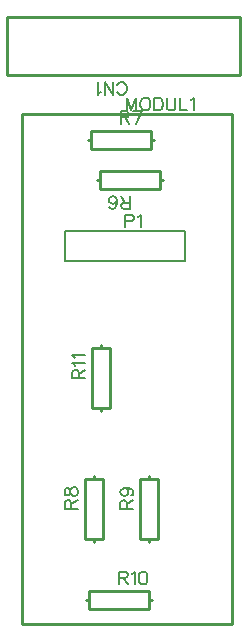
<source format=gto>
G04 Layer: TopSilkLayer*
G04 EasyEDA v6.4.25, 2022-02-04T10:32:35+01:00*
G04 956263b731bf459f90372ec277b1d7cd,10*
G04 Gerber Generator version 0.2*
G04 Scale: 100 percent, Rotated: No, Reflected: No *
G04 Dimensions in millimeters *
G04 leading zeros omitted , absolute positions ,4 integer and 5 decimal *
%FSLAX45Y45*%
%MOMM*%

%ADD10C,0.2540*%
%ADD17C,0.2032*%
%ADD18C,0.2030*%
%ADD19C,0.1524*%

%LPD*%
D19*
X1496821Y-838707D02*
G01*
X1502155Y-849121D01*
X1512570Y-859536D01*
X1522729Y-864615D01*
X1543557Y-864615D01*
X1553971Y-859536D01*
X1564386Y-849121D01*
X1569720Y-838707D01*
X1574800Y-822960D01*
X1574800Y-797052D01*
X1569720Y-781557D01*
X1564386Y-771144D01*
X1553971Y-760729D01*
X1543557Y-755650D01*
X1522729Y-755650D01*
X1512570Y-760729D01*
X1502155Y-771144D01*
X1496821Y-781557D01*
X1462531Y-864615D02*
G01*
X1462531Y-755650D01*
X1462531Y-864615D02*
G01*
X1389887Y-755650D01*
X1389887Y-864615D02*
G01*
X1389887Y-755650D01*
X1355597Y-843787D02*
G01*
X1345184Y-849121D01*
X1329689Y-864615D01*
X1329689Y-755650D01*
X1574800Y-887984D02*
G01*
X1574800Y-996950D01*
X1574800Y-887984D02*
G01*
X1616455Y-996950D01*
X1657857Y-887984D02*
G01*
X1616455Y-996950D01*
X1657857Y-887984D02*
G01*
X1657857Y-996950D01*
X1723389Y-887984D02*
G01*
X1712976Y-893063D01*
X1702562Y-903478D01*
X1697481Y-913892D01*
X1692147Y-929639D01*
X1692147Y-955547D01*
X1697481Y-971042D01*
X1702562Y-981455D01*
X1712976Y-991870D01*
X1723389Y-996950D01*
X1744218Y-996950D01*
X1754631Y-991870D01*
X1765045Y-981455D01*
X1770126Y-971042D01*
X1775460Y-955547D01*
X1775460Y-929639D01*
X1770126Y-913892D01*
X1765045Y-903478D01*
X1754631Y-893063D01*
X1744218Y-887984D01*
X1723389Y-887984D01*
X1809750Y-887984D02*
G01*
X1809750Y-996950D01*
X1809750Y-887984D02*
G01*
X1846071Y-887984D01*
X1861565Y-893063D01*
X1871979Y-903478D01*
X1877060Y-913892D01*
X1882394Y-929639D01*
X1882394Y-955547D01*
X1877060Y-971042D01*
X1871979Y-981455D01*
X1861565Y-991870D01*
X1846071Y-996950D01*
X1809750Y-996950D01*
X1916684Y-887984D02*
G01*
X1916684Y-965962D01*
X1921763Y-981455D01*
X1932177Y-991870D01*
X1947925Y-996950D01*
X1958340Y-996950D01*
X1973834Y-991870D01*
X1984247Y-981455D01*
X1989327Y-965962D01*
X1989327Y-887984D01*
X2023618Y-887984D02*
G01*
X2023618Y-996950D01*
X2023618Y-996950D02*
G01*
X2086102Y-996950D01*
X2120391Y-908812D02*
G01*
X2130806Y-903478D01*
X2146300Y-887984D01*
X2146300Y-996950D01*
X1562100Y-1878584D02*
G01*
X1562100Y-1987550D01*
X1562100Y-1878584D02*
G01*
X1608836Y-1878584D01*
X1624329Y-1883663D01*
X1629663Y-1888997D01*
X1634744Y-1899412D01*
X1634744Y-1914905D01*
X1629663Y-1925320D01*
X1624329Y-1930400D01*
X1608836Y-1935734D01*
X1562100Y-1935734D01*
X1669034Y-1899412D02*
G01*
X1679447Y-1894078D01*
X1695195Y-1878584D01*
X1695195Y-1987550D01*
X1600200Y-1829815D02*
G01*
X1600200Y-1720850D01*
X1600200Y-1829815D02*
G01*
X1553463Y-1829815D01*
X1537970Y-1824736D01*
X1532636Y-1819402D01*
X1527555Y-1808987D01*
X1527555Y-1798573D01*
X1532636Y-1788160D01*
X1537970Y-1783079D01*
X1553463Y-1778000D01*
X1600200Y-1778000D01*
X1563878Y-1778000D02*
G01*
X1527555Y-1720850D01*
X1430781Y-1814321D02*
G01*
X1436115Y-1824736D01*
X1451610Y-1829815D01*
X1462023Y-1829815D01*
X1477518Y-1824736D01*
X1487931Y-1808987D01*
X1493265Y-1783079D01*
X1493265Y-1757171D01*
X1487931Y-1736344D01*
X1477518Y-1725929D01*
X1462023Y-1720850D01*
X1456689Y-1720850D01*
X1441195Y-1725929D01*
X1430781Y-1736344D01*
X1425702Y-1751837D01*
X1425702Y-1757171D01*
X1430781Y-1772665D01*
X1441195Y-1783079D01*
X1456689Y-1788160D01*
X1462023Y-1788160D01*
X1477518Y-1783079D01*
X1487931Y-1772665D01*
X1493265Y-1757171D01*
X1524000Y-1002284D02*
G01*
X1524000Y-1111250D01*
X1524000Y-1002284D02*
G01*
X1570736Y-1002284D01*
X1586229Y-1007363D01*
X1591563Y-1012697D01*
X1596644Y-1023112D01*
X1596644Y-1033526D01*
X1591563Y-1043939D01*
X1586229Y-1049020D01*
X1570736Y-1054100D01*
X1524000Y-1054100D01*
X1560321Y-1054100D02*
G01*
X1596644Y-1111250D01*
X1703831Y-1002284D02*
G01*
X1651762Y-1111250D01*
X1630934Y-1002284D02*
G01*
X1703831Y-1002284D01*
X1053084Y-4368800D02*
G01*
X1162050Y-4368800D01*
X1053084Y-4368800D02*
G01*
X1053084Y-4322063D01*
X1058163Y-4306570D01*
X1063497Y-4301236D01*
X1073912Y-4296155D01*
X1084326Y-4296155D01*
X1094739Y-4301236D01*
X1099820Y-4306570D01*
X1104900Y-4322063D01*
X1104900Y-4368800D01*
X1104900Y-4332478D02*
G01*
X1162050Y-4296155D01*
X1053084Y-4235704D02*
G01*
X1058163Y-4251452D01*
X1068578Y-4256531D01*
X1078992Y-4256531D01*
X1089405Y-4251452D01*
X1094739Y-4241037D01*
X1099820Y-4220210D01*
X1104900Y-4204715D01*
X1115313Y-4194302D01*
X1125728Y-4188968D01*
X1141476Y-4188968D01*
X1151889Y-4194302D01*
X1156970Y-4199381D01*
X1162050Y-4215129D01*
X1162050Y-4235704D01*
X1156970Y-4251452D01*
X1151889Y-4256531D01*
X1141476Y-4261865D01*
X1125728Y-4261865D01*
X1115313Y-4256531D01*
X1104900Y-4246118D01*
X1099820Y-4230623D01*
X1094739Y-4209795D01*
X1089405Y-4199381D01*
X1078992Y-4194302D01*
X1068578Y-4194302D01*
X1058163Y-4199381D01*
X1053084Y-4215129D01*
X1053084Y-4235704D01*
X1522984Y-4368800D02*
G01*
X1631950Y-4368800D01*
X1522984Y-4368800D02*
G01*
X1522984Y-4322063D01*
X1528063Y-4306570D01*
X1533397Y-4301236D01*
X1543812Y-4296155D01*
X1554226Y-4296155D01*
X1564639Y-4301236D01*
X1569720Y-4306570D01*
X1574800Y-4322063D01*
X1574800Y-4368800D01*
X1574800Y-4332478D02*
G01*
X1631950Y-4296155D01*
X1559305Y-4194302D02*
G01*
X1574800Y-4199381D01*
X1585213Y-4209795D01*
X1590547Y-4225289D01*
X1590547Y-4230623D01*
X1585213Y-4246118D01*
X1574800Y-4256531D01*
X1559305Y-4261865D01*
X1554226Y-4261865D01*
X1538478Y-4256531D01*
X1528063Y-4246118D01*
X1522984Y-4230623D01*
X1522984Y-4225289D01*
X1528063Y-4209795D01*
X1538478Y-4199381D01*
X1559305Y-4194302D01*
X1585213Y-4194302D01*
X1611376Y-4199381D01*
X1626870Y-4209795D01*
X1631950Y-4225289D01*
X1631950Y-4235704D01*
X1626870Y-4251452D01*
X1616455Y-4256531D01*
X1511300Y-4901184D02*
G01*
X1511300Y-5010150D01*
X1511300Y-4901184D02*
G01*
X1558036Y-4901184D01*
X1573529Y-4906263D01*
X1578863Y-4911597D01*
X1583944Y-4922012D01*
X1583944Y-4932426D01*
X1578863Y-4942839D01*
X1573529Y-4947920D01*
X1558036Y-4953000D01*
X1511300Y-4953000D01*
X1547621Y-4953000D02*
G01*
X1583944Y-5010150D01*
X1618234Y-4922012D02*
G01*
X1628647Y-4916678D01*
X1644395Y-4901184D01*
X1644395Y-5010150D01*
X1709673Y-4901184D02*
G01*
X1694179Y-4906263D01*
X1683765Y-4922012D01*
X1678686Y-4947920D01*
X1678686Y-4963413D01*
X1683765Y-4989576D01*
X1694179Y-5005070D01*
X1709673Y-5010150D01*
X1720087Y-5010150D01*
X1735836Y-5005070D01*
X1746250Y-4989576D01*
X1751329Y-4963413D01*
X1751329Y-4947920D01*
X1746250Y-4922012D01*
X1735836Y-4906263D01*
X1720087Y-4901184D01*
X1709673Y-4901184D01*
X1116584Y-3263900D02*
G01*
X1225550Y-3263900D01*
X1116584Y-3263900D02*
G01*
X1116584Y-3217163D01*
X1121663Y-3201670D01*
X1126997Y-3196336D01*
X1137412Y-3191255D01*
X1147826Y-3191255D01*
X1158239Y-3196336D01*
X1163320Y-3201670D01*
X1168400Y-3217163D01*
X1168400Y-3263900D01*
X1168400Y-3227578D02*
G01*
X1225550Y-3191255D01*
X1137412Y-3156965D02*
G01*
X1132078Y-3146552D01*
X1116584Y-3130804D01*
X1225550Y-3130804D01*
X1137412Y-3096513D02*
G01*
X1132078Y-3086100D01*
X1116584Y-3070605D01*
X1225550Y-3070605D01*
D10*
X2535809Y-694486D02*
G01*
X566394Y-694486D01*
X566394Y-204495D01*
X2535809Y-204495D01*
X2535809Y-694486D01*
X685800Y-5346700D02*
G01*
X2463800Y-5346700D01*
X2463800Y-5346700D02*
G01*
X2463800Y-1028700D01*
X2463800Y-1028700D02*
G01*
X685800Y-1028700D01*
X685800Y-1028700D02*
G01*
X685800Y-5346700D01*
D17*
X2070100Y-2019300D02*
G01*
X2070100Y-2273300D01*
X1054100Y-2273300D01*
X1054100Y-2019300D01*
X1244600Y-2019300D01*
D18*
X2070100Y-2019300D02*
G01*
X1244600Y-2019300D01*
D10*
X1854200Y-1587500D02*
G01*
X1879600Y-1587500D01*
X1346200Y-1587500D02*
G01*
X1320800Y-1587500D01*
X1854200Y-1587500D02*
G01*
X1854200Y-1663700D01*
X1854200Y-1511300D02*
G01*
X1854200Y-1587500D01*
X1346200Y-1511300D02*
G01*
X1854200Y-1511300D01*
X1346200Y-1587500D02*
G01*
X1346200Y-1511300D01*
X1346200Y-1663700D02*
G01*
X1346200Y-1587500D01*
X1854200Y-1663700D02*
G01*
X1346200Y-1663700D01*
X1270000Y-1244600D02*
G01*
X1244600Y-1244600D01*
X1778000Y-1244600D02*
G01*
X1803400Y-1244600D01*
X1270000Y-1244600D02*
G01*
X1270000Y-1168400D01*
X1270000Y-1320800D02*
G01*
X1270000Y-1244600D01*
X1778000Y-1320800D02*
G01*
X1270000Y-1320800D01*
X1778000Y-1244600D02*
G01*
X1778000Y-1320800D01*
X1778000Y-1168400D02*
G01*
X1778000Y-1244600D01*
X1270000Y-1168400D02*
G01*
X1778000Y-1168400D01*
X1295400Y-4622800D02*
G01*
X1295400Y-4648200D01*
X1295400Y-4114800D02*
G01*
X1295400Y-4089400D01*
X1295400Y-4622800D02*
G01*
X1219200Y-4622800D01*
X1371600Y-4622800D02*
G01*
X1295400Y-4622800D01*
X1371600Y-4114800D02*
G01*
X1371600Y-4622800D01*
X1295400Y-4114800D02*
G01*
X1371600Y-4114800D01*
X1219200Y-4114800D02*
G01*
X1295400Y-4114800D01*
X1219200Y-4622800D02*
G01*
X1219200Y-4114800D01*
X1765300Y-4622800D02*
G01*
X1765300Y-4648200D01*
X1765300Y-4114800D02*
G01*
X1765300Y-4089400D01*
X1765300Y-4622800D02*
G01*
X1689100Y-4622800D01*
X1841500Y-4622800D02*
G01*
X1765300Y-4622800D01*
X1841500Y-4114800D02*
G01*
X1841500Y-4622800D01*
X1765300Y-4114800D02*
G01*
X1841500Y-4114800D01*
X1689100Y-4114800D02*
G01*
X1765300Y-4114800D01*
X1689100Y-4622800D02*
G01*
X1689100Y-4114800D01*
X1257300Y-5143500D02*
G01*
X1231900Y-5143500D01*
X1765300Y-5143500D02*
G01*
X1790700Y-5143500D01*
X1257300Y-5143500D02*
G01*
X1257300Y-5067300D01*
X1257300Y-5219700D02*
G01*
X1257300Y-5143500D01*
X1765300Y-5219700D02*
G01*
X1257300Y-5219700D01*
X1765300Y-5143500D02*
G01*
X1765300Y-5219700D01*
X1765300Y-5067300D02*
G01*
X1765300Y-5143500D01*
X1257300Y-5067300D02*
G01*
X1765300Y-5067300D01*
X1358900Y-3517900D02*
G01*
X1358900Y-3543300D01*
X1358900Y-3009900D02*
G01*
X1358900Y-2984500D01*
X1358900Y-3517900D02*
G01*
X1282700Y-3517900D01*
X1435100Y-3517900D02*
G01*
X1358900Y-3517900D01*
X1435100Y-3009900D02*
G01*
X1435100Y-3517900D01*
X1358900Y-3009900D02*
G01*
X1435100Y-3009900D01*
X1282700Y-3009900D02*
G01*
X1358900Y-3009900D01*
X1282700Y-3517900D02*
G01*
X1282700Y-3009900D01*
M02*

</source>
